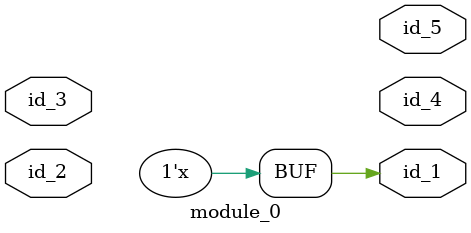
<source format=v>
module module_0 (
    id_1,
    id_2,
    id_3,
    id_4,
    id_5
);
  output id_5;
  output id_4;
  inout id_3;
  inout id_2;
  output id_1;
  assign id_1 = id_2[1];
endmodule

</source>
